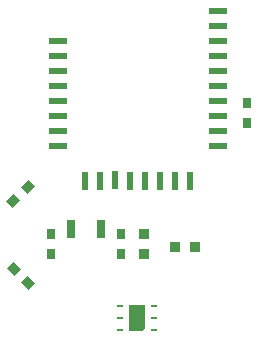
<source format=gbr>
G04 DipTrace 3.2.0.1*
G04 TopPaste.gbr*
%MOIN*%
G04 #@! TF.FileFunction,Paste,Top*
G04 #@! TF.Part,Single*
%AMOUTLINE2*
4,1,4,
-0.023669,0.001284,
-0.001501,0.023657,
0.023669,-0.001284,
0.001501,-0.023657,
-0.023669,0.001284,
0*%
%AMOUTLINE8*
4,1,4,
-0.01575,0.017713,
0.015744,0.01772,
0.01575,-0.017713,
-0.015744,-0.01772,
-0.01575,0.017713,
0*%
%AMOUTLINE11*
4,1,4,
-0.001638,-0.023648,
-0.023677,-0.001146,
0.001638,0.023648,
0.023677,0.001146,
-0.001638,-0.023648,
0*%
%AMOUTLINE14*
4,1,4,
0.017699,0.015767,
0.017734,-0.015729,
-0.017699,-0.015767,
-0.017734,0.015729,
0.017699,0.015767,
0*%
%AMOUTLINE23*
4,1,5,
-0.025591,0.043307,
0.025591,0.043307,
0.025591,-0.035771,
0.018054,-0.043307,
-0.025591,-0.043307,
-0.025591,0.043307,
0*%
%ADD37R,0.031496X0.062992*%
%ADD39R,0.023622X0.007874*%
%ADD49R,0.023622X0.059055*%
%ADD51R,0.059055X0.023622*%
%ADD58R,0.031496X0.035433*%
%ADD62OUTLINE2*%
%ADD68OUTLINE8*%
%ADD71OUTLINE11*%
%ADD74OUTLINE14*%
%ADD83OUTLINE23*%
%FSLAX26Y26*%
G04*
G70*
G90*
G75*
G01*
G04 TopPaste*
%LPD*%
D58*
X-57178Y-336054D3*
Y-269125D3*
X-290571Y-267588D3*
Y-334517D3*
D62*
X-412190Y-384769D3*
X-364647Y-431877D3*
D58*
X362575Y100598D3*
Y167528D3*
D68*
X21591Y-334516D3*
X21577Y-267587D3*
D71*
X-415478Y-159222D3*
X-367661Y-112390D3*
D74*
X189054Y-312559D3*
X122125Y-312633D3*
D51*
X-267717Y23622D3*
Y73622D3*
Y123622D3*
Y173622D3*
Y223622D3*
Y273622D3*
Y323622D3*
Y373622D3*
X267717Y23622D3*
Y73622D3*
Y123622D3*
Y173622D3*
Y223622D3*
Y273622D3*
Y323622D3*
Y373622D3*
Y423622D3*
Y473622D3*
D49*
X-25000Y-90551D3*
X25000D3*
X-75000Y-90157D3*
X75000Y-90551D3*
X-125000D3*
X125000D3*
X-175000D3*
X175000D3*
D39*
X-59021Y-587852D3*
Y-548482D3*
Y-509112D3*
X55152Y-587852D3*
Y-548482D3*
Y-509112D3*
D83*
X-1934Y-548482D3*
D37*
X-221862Y-252497D3*
X-123437D3*
M02*

</source>
